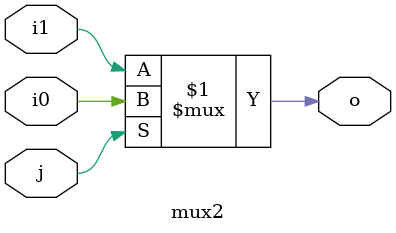
<source format=v>
module mux2 (input wire i0, i1, j, output wire o);

  assign o = j?i0:i1;

endmodule


</source>
